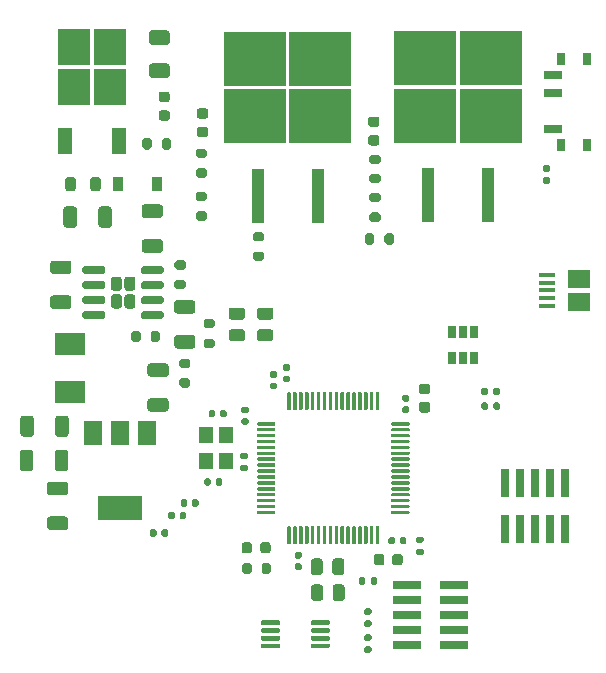
<source format=gbr>
%TF.GenerationSoftware,KiCad,Pcbnew,(5.1.7)-1*%
%TF.CreationDate,2020-11-23T19:12:34+01:00*%
%TF.ProjectId,astro_compute_board,61737472-6f5f-4636-9f6d-707574655f62,1*%
%TF.SameCoordinates,Original*%
%TF.FileFunction,Paste,Top*%
%TF.FilePolarity,Positive*%
%FSLAX46Y46*%
G04 Gerber Fmt 4.6, Leading zero omitted, Abs format (unit mm)*
G04 Created by KiCad (PCBNEW (5.1.7)-1) date 2020-11-23 19:12:34*
%MOMM*%
%LPD*%
G01*
G04 APERTURE LIST*
%ADD10R,1.900000X1.500000*%
%ADD11R,1.350000X0.400000*%
%ADD12R,1.200000X1.400000*%
%ADD13R,1.500000X2.000000*%
%ADD14R,3.800000X2.000000*%
%ADD15R,0.650000X1.060000*%
%ADD16R,0.800000X1.000000*%
%ADD17R,1.500000X0.700000*%
%ADD18R,5.250000X4.550000*%
%ADD19R,1.100000X4.600000*%
%ADD20R,2.750000X3.050000*%
%ADD21R,1.200000X2.200000*%
%ADD22R,2.500000X1.900000*%
%ADD23R,2.400000X0.740000*%
%ADD24R,0.740000X2.400000*%
%ADD25R,0.900000X1.200000*%
G04 APERTURE END LIST*
%TO.C,U1*%
G36*
G01*
X177600000Y-135925000D02*
X177600000Y-134525000D01*
G75*
G02*
X177675000Y-134450000I75000J0D01*
G01*
X177825000Y-134450000D01*
G75*
G02*
X177900000Y-134525000I0J-75000D01*
G01*
X177900000Y-135925000D01*
G75*
G02*
X177825000Y-136000000I-75000J0D01*
G01*
X177675000Y-136000000D01*
G75*
G02*
X177600000Y-135925000I0J75000D01*
G01*
G37*
G36*
G01*
X178100000Y-135925000D02*
X178100000Y-134525000D01*
G75*
G02*
X178175000Y-134450000I75000J0D01*
G01*
X178325000Y-134450000D01*
G75*
G02*
X178400000Y-134525000I0J-75000D01*
G01*
X178400000Y-135925000D01*
G75*
G02*
X178325000Y-136000000I-75000J0D01*
G01*
X178175000Y-136000000D01*
G75*
G02*
X178100000Y-135925000I0J75000D01*
G01*
G37*
G36*
G01*
X178600000Y-135925000D02*
X178600000Y-134525000D01*
G75*
G02*
X178675000Y-134450000I75000J0D01*
G01*
X178825000Y-134450000D01*
G75*
G02*
X178900000Y-134525000I0J-75000D01*
G01*
X178900000Y-135925000D01*
G75*
G02*
X178825000Y-136000000I-75000J0D01*
G01*
X178675000Y-136000000D01*
G75*
G02*
X178600000Y-135925000I0J75000D01*
G01*
G37*
G36*
G01*
X179100000Y-135925000D02*
X179100000Y-134525000D01*
G75*
G02*
X179175000Y-134450000I75000J0D01*
G01*
X179325000Y-134450000D01*
G75*
G02*
X179400000Y-134525000I0J-75000D01*
G01*
X179400000Y-135925000D01*
G75*
G02*
X179325000Y-136000000I-75000J0D01*
G01*
X179175000Y-136000000D01*
G75*
G02*
X179100000Y-135925000I0J75000D01*
G01*
G37*
G36*
G01*
X179600000Y-135925000D02*
X179600000Y-134525000D01*
G75*
G02*
X179675000Y-134450000I75000J0D01*
G01*
X179825000Y-134450000D01*
G75*
G02*
X179900000Y-134525000I0J-75000D01*
G01*
X179900000Y-135925000D01*
G75*
G02*
X179825000Y-136000000I-75000J0D01*
G01*
X179675000Y-136000000D01*
G75*
G02*
X179600000Y-135925000I0J75000D01*
G01*
G37*
G36*
G01*
X180100000Y-135925000D02*
X180100000Y-134525000D01*
G75*
G02*
X180175000Y-134450000I75000J0D01*
G01*
X180325000Y-134450000D01*
G75*
G02*
X180400000Y-134525000I0J-75000D01*
G01*
X180400000Y-135925000D01*
G75*
G02*
X180325000Y-136000000I-75000J0D01*
G01*
X180175000Y-136000000D01*
G75*
G02*
X180100000Y-135925000I0J75000D01*
G01*
G37*
G36*
G01*
X180600000Y-135925000D02*
X180600000Y-134525000D01*
G75*
G02*
X180675000Y-134450000I75000J0D01*
G01*
X180825000Y-134450000D01*
G75*
G02*
X180900000Y-134525000I0J-75000D01*
G01*
X180900000Y-135925000D01*
G75*
G02*
X180825000Y-136000000I-75000J0D01*
G01*
X180675000Y-136000000D01*
G75*
G02*
X180600000Y-135925000I0J75000D01*
G01*
G37*
G36*
G01*
X181100000Y-135925000D02*
X181100000Y-134525000D01*
G75*
G02*
X181175000Y-134450000I75000J0D01*
G01*
X181325000Y-134450000D01*
G75*
G02*
X181400000Y-134525000I0J-75000D01*
G01*
X181400000Y-135925000D01*
G75*
G02*
X181325000Y-136000000I-75000J0D01*
G01*
X181175000Y-136000000D01*
G75*
G02*
X181100000Y-135925000I0J75000D01*
G01*
G37*
G36*
G01*
X181600000Y-135925000D02*
X181600000Y-134525000D01*
G75*
G02*
X181675000Y-134450000I75000J0D01*
G01*
X181825000Y-134450000D01*
G75*
G02*
X181900000Y-134525000I0J-75000D01*
G01*
X181900000Y-135925000D01*
G75*
G02*
X181825000Y-136000000I-75000J0D01*
G01*
X181675000Y-136000000D01*
G75*
G02*
X181600000Y-135925000I0J75000D01*
G01*
G37*
G36*
G01*
X182100000Y-135925000D02*
X182100000Y-134525000D01*
G75*
G02*
X182175000Y-134450000I75000J0D01*
G01*
X182325000Y-134450000D01*
G75*
G02*
X182400000Y-134525000I0J-75000D01*
G01*
X182400000Y-135925000D01*
G75*
G02*
X182325000Y-136000000I-75000J0D01*
G01*
X182175000Y-136000000D01*
G75*
G02*
X182100000Y-135925000I0J75000D01*
G01*
G37*
G36*
G01*
X182600000Y-135925000D02*
X182600000Y-134525000D01*
G75*
G02*
X182675000Y-134450000I75000J0D01*
G01*
X182825000Y-134450000D01*
G75*
G02*
X182900000Y-134525000I0J-75000D01*
G01*
X182900000Y-135925000D01*
G75*
G02*
X182825000Y-136000000I-75000J0D01*
G01*
X182675000Y-136000000D01*
G75*
G02*
X182600000Y-135925000I0J75000D01*
G01*
G37*
G36*
G01*
X183100000Y-135925000D02*
X183100000Y-134525000D01*
G75*
G02*
X183175000Y-134450000I75000J0D01*
G01*
X183325000Y-134450000D01*
G75*
G02*
X183400000Y-134525000I0J-75000D01*
G01*
X183400000Y-135925000D01*
G75*
G02*
X183325000Y-136000000I-75000J0D01*
G01*
X183175000Y-136000000D01*
G75*
G02*
X183100000Y-135925000I0J75000D01*
G01*
G37*
G36*
G01*
X183600000Y-135925000D02*
X183600000Y-134525000D01*
G75*
G02*
X183675000Y-134450000I75000J0D01*
G01*
X183825000Y-134450000D01*
G75*
G02*
X183900000Y-134525000I0J-75000D01*
G01*
X183900000Y-135925000D01*
G75*
G02*
X183825000Y-136000000I-75000J0D01*
G01*
X183675000Y-136000000D01*
G75*
G02*
X183600000Y-135925000I0J75000D01*
G01*
G37*
G36*
G01*
X184100000Y-135925000D02*
X184100000Y-134525000D01*
G75*
G02*
X184175000Y-134450000I75000J0D01*
G01*
X184325000Y-134450000D01*
G75*
G02*
X184400000Y-134525000I0J-75000D01*
G01*
X184400000Y-135925000D01*
G75*
G02*
X184325000Y-136000000I-75000J0D01*
G01*
X184175000Y-136000000D01*
G75*
G02*
X184100000Y-135925000I0J75000D01*
G01*
G37*
G36*
G01*
X184600000Y-135925000D02*
X184600000Y-134525000D01*
G75*
G02*
X184675000Y-134450000I75000J0D01*
G01*
X184825000Y-134450000D01*
G75*
G02*
X184900000Y-134525000I0J-75000D01*
G01*
X184900000Y-135925000D01*
G75*
G02*
X184825000Y-136000000I-75000J0D01*
G01*
X184675000Y-136000000D01*
G75*
G02*
X184600000Y-135925000I0J75000D01*
G01*
G37*
G36*
G01*
X185100000Y-135925000D02*
X185100000Y-134525000D01*
G75*
G02*
X185175000Y-134450000I75000J0D01*
G01*
X185325000Y-134450000D01*
G75*
G02*
X185400000Y-134525000I0J-75000D01*
G01*
X185400000Y-135925000D01*
G75*
G02*
X185325000Y-136000000I-75000J0D01*
G01*
X185175000Y-136000000D01*
G75*
G02*
X185100000Y-135925000I0J75000D01*
G01*
G37*
G36*
G01*
X186400000Y-137225000D02*
X186400000Y-137075000D01*
G75*
G02*
X186475000Y-137000000I75000J0D01*
G01*
X187875000Y-137000000D01*
G75*
G02*
X187950000Y-137075000I0J-75000D01*
G01*
X187950000Y-137225000D01*
G75*
G02*
X187875000Y-137300000I-75000J0D01*
G01*
X186475000Y-137300000D01*
G75*
G02*
X186400000Y-137225000I0J75000D01*
G01*
G37*
G36*
G01*
X186400000Y-137725000D02*
X186400000Y-137575000D01*
G75*
G02*
X186475000Y-137500000I75000J0D01*
G01*
X187875000Y-137500000D01*
G75*
G02*
X187950000Y-137575000I0J-75000D01*
G01*
X187950000Y-137725000D01*
G75*
G02*
X187875000Y-137800000I-75000J0D01*
G01*
X186475000Y-137800000D01*
G75*
G02*
X186400000Y-137725000I0J75000D01*
G01*
G37*
G36*
G01*
X186400000Y-138225000D02*
X186400000Y-138075000D01*
G75*
G02*
X186475000Y-138000000I75000J0D01*
G01*
X187875000Y-138000000D01*
G75*
G02*
X187950000Y-138075000I0J-75000D01*
G01*
X187950000Y-138225000D01*
G75*
G02*
X187875000Y-138300000I-75000J0D01*
G01*
X186475000Y-138300000D01*
G75*
G02*
X186400000Y-138225000I0J75000D01*
G01*
G37*
G36*
G01*
X186400000Y-138725000D02*
X186400000Y-138575000D01*
G75*
G02*
X186475000Y-138500000I75000J0D01*
G01*
X187875000Y-138500000D01*
G75*
G02*
X187950000Y-138575000I0J-75000D01*
G01*
X187950000Y-138725000D01*
G75*
G02*
X187875000Y-138800000I-75000J0D01*
G01*
X186475000Y-138800000D01*
G75*
G02*
X186400000Y-138725000I0J75000D01*
G01*
G37*
G36*
G01*
X186400000Y-139225000D02*
X186400000Y-139075000D01*
G75*
G02*
X186475000Y-139000000I75000J0D01*
G01*
X187875000Y-139000000D01*
G75*
G02*
X187950000Y-139075000I0J-75000D01*
G01*
X187950000Y-139225000D01*
G75*
G02*
X187875000Y-139300000I-75000J0D01*
G01*
X186475000Y-139300000D01*
G75*
G02*
X186400000Y-139225000I0J75000D01*
G01*
G37*
G36*
G01*
X186400000Y-139725000D02*
X186400000Y-139575000D01*
G75*
G02*
X186475000Y-139500000I75000J0D01*
G01*
X187875000Y-139500000D01*
G75*
G02*
X187950000Y-139575000I0J-75000D01*
G01*
X187950000Y-139725000D01*
G75*
G02*
X187875000Y-139800000I-75000J0D01*
G01*
X186475000Y-139800000D01*
G75*
G02*
X186400000Y-139725000I0J75000D01*
G01*
G37*
G36*
G01*
X186400000Y-140225000D02*
X186400000Y-140075000D01*
G75*
G02*
X186475000Y-140000000I75000J0D01*
G01*
X187875000Y-140000000D01*
G75*
G02*
X187950000Y-140075000I0J-75000D01*
G01*
X187950000Y-140225000D01*
G75*
G02*
X187875000Y-140300000I-75000J0D01*
G01*
X186475000Y-140300000D01*
G75*
G02*
X186400000Y-140225000I0J75000D01*
G01*
G37*
G36*
G01*
X186400000Y-140725000D02*
X186400000Y-140575000D01*
G75*
G02*
X186475000Y-140500000I75000J0D01*
G01*
X187875000Y-140500000D01*
G75*
G02*
X187950000Y-140575000I0J-75000D01*
G01*
X187950000Y-140725000D01*
G75*
G02*
X187875000Y-140800000I-75000J0D01*
G01*
X186475000Y-140800000D01*
G75*
G02*
X186400000Y-140725000I0J75000D01*
G01*
G37*
G36*
G01*
X186400000Y-141225000D02*
X186400000Y-141075000D01*
G75*
G02*
X186475000Y-141000000I75000J0D01*
G01*
X187875000Y-141000000D01*
G75*
G02*
X187950000Y-141075000I0J-75000D01*
G01*
X187950000Y-141225000D01*
G75*
G02*
X187875000Y-141300000I-75000J0D01*
G01*
X186475000Y-141300000D01*
G75*
G02*
X186400000Y-141225000I0J75000D01*
G01*
G37*
G36*
G01*
X186400000Y-141725000D02*
X186400000Y-141575000D01*
G75*
G02*
X186475000Y-141500000I75000J0D01*
G01*
X187875000Y-141500000D01*
G75*
G02*
X187950000Y-141575000I0J-75000D01*
G01*
X187950000Y-141725000D01*
G75*
G02*
X187875000Y-141800000I-75000J0D01*
G01*
X186475000Y-141800000D01*
G75*
G02*
X186400000Y-141725000I0J75000D01*
G01*
G37*
G36*
G01*
X186400000Y-142225000D02*
X186400000Y-142075000D01*
G75*
G02*
X186475000Y-142000000I75000J0D01*
G01*
X187875000Y-142000000D01*
G75*
G02*
X187950000Y-142075000I0J-75000D01*
G01*
X187950000Y-142225000D01*
G75*
G02*
X187875000Y-142300000I-75000J0D01*
G01*
X186475000Y-142300000D01*
G75*
G02*
X186400000Y-142225000I0J75000D01*
G01*
G37*
G36*
G01*
X186400000Y-142725000D02*
X186400000Y-142575000D01*
G75*
G02*
X186475000Y-142500000I75000J0D01*
G01*
X187875000Y-142500000D01*
G75*
G02*
X187950000Y-142575000I0J-75000D01*
G01*
X187950000Y-142725000D01*
G75*
G02*
X187875000Y-142800000I-75000J0D01*
G01*
X186475000Y-142800000D01*
G75*
G02*
X186400000Y-142725000I0J75000D01*
G01*
G37*
G36*
G01*
X186400000Y-143225000D02*
X186400000Y-143075000D01*
G75*
G02*
X186475000Y-143000000I75000J0D01*
G01*
X187875000Y-143000000D01*
G75*
G02*
X187950000Y-143075000I0J-75000D01*
G01*
X187950000Y-143225000D01*
G75*
G02*
X187875000Y-143300000I-75000J0D01*
G01*
X186475000Y-143300000D01*
G75*
G02*
X186400000Y-143225000I0J75000D01*
G01*
G37*
G36*
G01*
X186400000Y-143725000D02*
X186400000Y-143575000D01*
G75*
G02*
X186475000Y-143500000I75000J0D01*
G01*
X187875000Y-143500000D01*
G75*
G02*
X187950000Y-143575000I0J-75000D01*
G01*
X187950000Y-143725000D01*
G75*
G02*
X187875000Y-143800000I-75000J0D01*
G01*
X186475000Y-143800000D01*
G75*
G02*
X186400000Y-143725000I0J75000D01*
G01*
G37*
G36*
G01*
X186400000Y-144225000D02*
X186400000Y-144075000D01*
G75*
G02*
X186475000Y-144000000I75000J0D01*
G01*
X187875000Y-144000000D01*
G75*
G02*
X187950000Y-144075000I0J-75000D01*
G01*
X187950000Y-144225000D01*
G75*
G02*
X187875000Y-144300000I-75000J0D01*
G01*
X186475000Y-144300000D01*
G75*
G02*
X186400000Y-144225000I0J75000D01*
G01*
G37*
G36*
G01*
X186400000Y-144725000D02*
X186400000Y-144575000D01*
G75*
G02*
X186475000Y-144500000I75000J0D01*
G01*
X187875000Y-144500000D01*
G75*
G02*
X187950000Y-144575000I0J-75000D01*
G01*
X187950000Y-144725000D01*
G75*
G02*
X187875000Y-144800000I-75000J0D01*
G01*
X186475000Y-144800000D01*
G75*
G02*
X186400000Y-144725000I0J75000D01*
G01*
G37*
G36*
G01*
X185100000Y-147275000D02*
X185100000Y-145875000D01*
G75*
G02*
X185175000Y-145800000I75000J0D01*
G01*
X185325000Y-145800000D01*
G75*
G02*
X185400000Y-145875000I0J-75000D01*
G01*
X185400000Y-147275000D01*
G75*
G02*
X185325000Y-147350000I-75000J0D01*
G01*
X185175000Y-147350000D01*
G75*
G02*
X185100000Y-147275000I0J75000D01*
G01*
G37*
G36*
G01*
X184600000Y-147275000D02*
X184600000Y-145875000D01*
G75*
G02*
X184675000Y-145800000I75000J0D01*
G01*
X184825000Y-145800000D01*
G75*
G02*
X184900000Y-145875000I0J-75000D01*
G01*
X184900000Y-147275000D01*
G75*
G02*
X184825000Y-147350000I-75000J0D01*
G01*
X184675000Y-147350000D01*
G75*
G02*
X184600000Y-147275000I0J75000D01*
G01*
G37*
G36*
G01*
X184100000Y-147275000D02*
X184100000Y-145875000D01*
G75*
G02*
X184175000Y-145800000I75000J0D01*
G01*
X184325000Y-145800000D01*
G75*
G02*
X184400000Y-145875000I0J-75000D01*
G01*
X184400000Y-147275000D01*
G75*
G02*
X184325000Y-147350000I-75000J0D01*
G01*
X184175000Y-147350000D01*
G75*
G02*
X184100000Y-147275000I0J75000D01*
G01*
G37*
G36*
G01*
X183600000Y-147275000D02*
X183600000Y-145875000D01*
G75*
G02*
X183675000Y-145800000I75000J0D01*
G01*
X183825000Y-145800000D01*
G75*
G02*
X183900000Y-145875000I0J-75000D01*
G01*
X183900000Y-147275000D01*
G75*
G02*
X183825000Y-147350000I-75000J0D01*
G01*
X183675000Y-147350000D01*
G75*
G02*
X183600000Y-147275000I0J75000D01*
G01*
G37*
G36*
G01*
X183100000Y-147275000D02*
X183100000Y-145875000D01*
G75*
G02*
X183175000Y-145800000I75000J0D01*
G01*
X183325000Y-145800000D01*
G75*
G02*
X183400000Y-145875000I0J-75000D01*
G01*
X183400000Y-147275000D01*
G75*
G02*
X183325000Y-147350000I-75000J0D01*
G01*
X183175000Y-147350000D01*
G75*
G02*
X183100000Y-147275000I0J75000D01*
G01*
G37*
G36*
G01*
X182600000Y-147275000D02*
X182600000Y-145875000D01*
G75*
G02*
X182675000Y-145800000I75000J0D01*
G01*
X182825000Y-145800000D01*
G75*
G02*
X182900000Y-145875000I0J-75000D01*
G01*
X182900000Y-147275000D01*
G75*
G02*
X182825000Y-147350000I-75000J0D01*
G01*
X182675000Y-147350000D01*
G75*
G02*
X182600000Y-147275000I0J75000D01*
G01*
G37*
G36*
G01*
X182100000Y-147275000D02*
X182100000Y-145875000D01*
G75*
G02*
X182175000Y-145800000I75000J0D01*
G01*
X182325000Y-145800000D01*
G75*
G02*
X182400000Y-145875000I0J-75000D01*
G01*
X182400000Y-147275000D01*
G75*
G02*
X182325000Y-147350000I-75000J0D01*
G01*
X182175000Y-147350000D01*
G75*
G02*
X182100000Y-147275000I0J75000D01*
G01*
G37*
G36*
G01*
X181600000Y-147275000D02*
X181600000Y-145875000D01*
G75*
G02*
X181675000Y-145800000I75000J0D01*
G01*
X181825000Y-145800000D01*
G75*
G02*
X181900000Y-145875000I0J-75000D01*
G01*
X181900000Y-147275000D01*
G75*
G02*
X181825000Y-147350000I-75000J0D01*
G01*
X181675000Y-147350000D01*
G75*
G02*
X181600000Y-147275000I0J75000D01*
G01*
G37*
G36*
G01*
X181100000Y-147275000D02*
X181100000Y-145875000D01*
G75*
G02*
X181175000Y-145800000I75000J0D01*
G01*
X181325000Y-145800000D01*
G75*
G02*
X181400000Y-145875000I0J-75000D01*
G01*
X181400000Y-147275000D01*
G75*
G02*
X181325000Y-147350000I-75000J0D01*
G01*
X181175000Y-147350000D01*
G75*
G02*
X181100000Y-147275000I0J75000D01*
G01*
G37*
G36*
G01*
X180600000Y-147275000D02*
X180600000Y-145875000D01*
G75*
G02*
X180675000Y-145800000I75000J0D01*
G01*
X180825000Y-145800000D01*
G75*
G02*
X180900000Y-145875000I0J-75000D01*
G01*
X180900000Y-147275000D01*
G75*
G02*
X180825000Y-147350000I-75000J0D01*
G01*
X180675000Y-147350000D01*
G75*
G02*
X180600000Y-147275000I0J75000D01*
G01*
G37*
G36*
G01*
X180100000Y-147275000D02*
X180100000Y-145875000D01*
G75*
G02*
X180175000Y-145800000I75000J0D01*
G01*
X180325000Y-145800000D01*
G75*
G02*
X180400000Y-145875000I0J-75000D01*
G01*
X180400000Y-147275000D01*
G75*
G02*
X180325000Y-147350000I-75000J0D01*
G01*
X180175000Y-147350000D01*
G75*
G02*
X180100000Y-147275000I0J75000D01*
G01*
G37*
G36*
G01*
X179600000Y-147275000D02*
X179600000Y-145875000D01*
G75*
G02*
X179675000Y-145800000I75000J0D01*
G01*
X179825000Y-145800000D01*
G75*
G02*
X179900000Y-145875000I0J-75000D01*
G01*
X179900000Y-147275000D01*
G75*
G02*
X179825000Y-147350000I-75000J0D01*
G01*
X179675000Y-147350000D01*
G75*
G02*
X179600000Y-147275000I0J75000D01*
G01*
G37*
G36*
G01*
X179100000Y-147275000D02*
X179100000Y-145875000D01*
G75*
G02*
X179175000Y-145800000I75000J0D01*
G01*
X179325000Y-145800000D01*
G75*
G02*
X179400000Y-145875000I0J-75000D01*
G01*
X179400000Y-147275000D01*
G75*
G02*
X179325000Y-147350000I-75000J0D01*
G01*
X179175000Y-147350000D01*
G75*
G02*
X179100000Y-147275000I0J75000D01*
G01*
G37*
G36*
G01*
X178600000Y-147275000D02*
X178600000Y-145875000D01*
G75*
G02*
X178675000Y-145800000I75000J0D01*
G01*
X178825000Y-145800000D01*
G75*
G02*
X178900000Y-145875000I0J-75000D01*
G01*
X178900000Y-147275000D01*
G75*
G02*
X178825000Y-147350000I-75000J0D01*
G01*
X178675000Y-147350000D01*
G75*
G02*
X178600000Y-147275000I0J75000D01*
G01*
G37*
G36*
G01*
X178100000Y-147275000D02*
X178100000Y-145875000D01*
G75*
G02*
X178175000Y-145800000I75000J0D01*
G01*
X178325000Y-145800000D01*
G75*
G02*
X178400000Y-145875000I0J-75000D01*
G01*
X178400000Y-147275000D01*
G75*
G02*
X178325000Y-147350000I-75000J0D01*
G01*
X178175000Y-147350000D01*
G75*
G02*
X178100000Y-147275000I0J75000D01*
G01*
G37*
G36*
G01*
X177600000Y-147275000D02*
X177600000Y-145875000D01*
G75*
G02*
X177675000Y-145800000I75000J0D01*
G01*
X177825000Y-145800000D01*
G75*
G02*
X177900000Y-145875000I0J-75000D01*
G01*
X177900000Y-147275000D01*
G75*
G02*
X177825000Y-147350000I-75000J0D01*
G01*
X177675000Y-147350000D01*
G75*
G02*
X177600000Y-147275000I0J75000D01*
G01*
G37*
G36*
G01*
X175050000Y-144725000D02*
X175050000Y-144575000D01*
G75*
G02*
X175125000Y-144500000I75000J0D01*
G01*
X176525000Y-144500000D01*
G75*
G02*
X176600000Y-144575000I0J-75000D01*
G01*
X176600000Y-144725000D01*
G75*
G02*
X176525000Y-144800000I-75000J0D01*
G01*
X175125000Y-144800000D01*
G75*
G02*
X175050000Y-144725000I0J75000D01*
G01*
G37*
G36*
G01*
X175050000Y-144225000D02*
X175050000Y-144075000D01*
G75*
G02*
X175125000Y-144000000I75000J0D01*
G01*
X176525000Y-144000000D01*
G75*
G02*
X176600000Y-144075000I0J-75000D01*
G01*
X176600000Y-144225000D01*
G75*
G02*
X176525000Y-144300000I-75000J0D01*
G01*
X175125000Y-144300000D01*
G75*
G02*
X175050000Y-144225000I0J75000D01*
G01*
G37*
G36*
G01*
X175050000Y-143725000D02*
X175050000Y-143575000D01*
G75*
G02*
X175125000Y-143500000I75000J0D01*
G01*
X176525000Y-143500000D01*
G75*
G02*
X176600000Y-143575000I0J-75000D01*
G01*
X176600000Y-143725000D01*
G75*
G02*
X176525000Y-143800000I-75000J0D01*
G01*
X175125000Y-143800000D01*
G75*
G02*
X175050000Y-143725000I0J75000D01*
G01*
G37*
G36*
G01*
X175050000Y-143225000D02*
X175050000Y-143075000D01*
G75*
G02*
X175125000Y-143000000I75000J0D01*
G01*
X176525000Y-143000000D01*
G75*
G02*
X176600000Y-143075000I0J-75000D01*
G01*
X176600000Y-143225000D01*
G75*
G02*
X176525000Y-143300000I-75000J0D01*
G01*
X175125000Y-143300000D01*
G75*
G02*
X175050000Y-143225000I0J75000D01*
G01*
G37*
G36*
G01*
X175050000Y-142725000D02*
X175050000Y-142575000D01*
G75*
G02*
X175125000Y-142500000I75000J0D01*
G01*
X176525000Y-142500000D01*
G75*
G02*
X176600000Y-142575000I0J-75000D01*
G01*
X176600000Y-142725000D01*
G75*
G02*
X176525000Y-142800000I-75000J0D01*
G01*
X175125000Y-142800000D01*
G75*
G02*
X175050000Y-142725000I0J75000D01*
G01*
G37*
G36*
G01*
X175050000Y-142225000D02*
X175050000Y-142075000D01*
G75*
G02*
X175125000Y-142000000I75000J0D01*
G01*
X176525000Y-142000000D01*
G75*
G02*
X176600000Y-142075000I0J-75000D01*
G01*
X176600000Y-142225000D01*
G75*
G02*
X176525000Y-142300000I-75000J0D01*
G01*
X175125000Y-142300000D01*
G75*
G02*
X175050000Y-142225000I0J75000D01*
G01*
G37*
G36*
G01*
X175050000Y-141725000D02*
X175050000Y-141575000D01*
G75*
G02*
X175125000Y-141500000I75000J0D01*
G01*
X176525000Y-141500000D01*
G75*
G02*
X176600000Y-141575000I0J-75000D01*
G01*
X176600000Y-141725000D01*
G75*
G02*
X176525000Y-141800000I-75000J0D01*
G01*
X175125000Y-141800000D01*
G75*
G02*
X175050000Y-141725000I0J75000D01*
G01*
G37*
G36*
G01*
X175050000Y-141225000D02*
X175050000Y-141075000D01*
G75*
G02*
X175125000Y-141000000I75000J0D01*
G01*
X176525000Y-141000000D01*
G75*
G02*
X176600000Y-141075000I0J-75000D01*
G01*
X176600000Y-141225000D01*
G75*
G02*
X176525000Y-141300000I-75000J0D01*
G01*
X175125000Y-141300000D01*
G75*
G02*
X175050000Y-141225000I0J75000D01*
G01*
G37*
G36*
G01*
X175050000Y-140725000D02*
X175050000Y-140575000D01*
G75*
G02*
X175125000Y-140500000I75000J0D01*
G01*
X176525000Y-140500000D01*
G75*
G02*
X176600000Y-140575000I0J-75000D01*
G01*
X176600000Y-140725000D01*
G75*
G02*
X176525000Y-140800000I-75000J0D01*
G01*
X175125000Y-140800000D01*
G75*
G02*
X175050000Y-140725000I0J75000D01*
G01*
G37*
G36*
G01*
X175050000Y-140225000D02*
X175050000Y-140075000D01*
G75*
G02*
X175125000Y-140000000I75000J0D01*
G01*
X176525000Y-140000000D01*
G75*
G02*
X176600000Y-140075000I0J-75000D01*
G01*
X176600000Y-140225000D01*
G75*
G02*
X176525000Y-140300000I-75000J0D01*
G01*
X175125000Y-140300000D01*
G75*
G02*
X175050000Y-140225000I0J75000D01*
G01*
G37*
G36*
G01*
X175050000Y-139725000D02*
X175050000Y-139575000D01*
G75*
G02*
X175125000Y-139500000I75000J0D01*
G01*
X176525000Y-139500000D01*
G75*
G02*
X176600000Y-139575000I0J-75000D01*
G01*
X176600000Y-139725000D01*
G75*
G02*
X176525000Y-139800000I-75000J0D01*
G01*
X175125000Y-139800000D01*
G75*
G02*
X175050000Y-139725000I0J75000D01*
G01*
G37*
G36*
G01*
X175050000Y-139225000D02*
X175050000Y-139075000D01*
G75*
G02*
X175125000Y-139000000I75000J0D01*
G01*
X176525000Y-139000000D01*
G75*
G02*
X176600000Y-139075000I0J-75000D01*
G01*
X176600000Y-139225000D01*
G75*
G02*
X176525000Y-139300000I-75000J0D01*
G01*
X175125000Y-139300000D01*
G75*
G02*
X175050000Y-139225000I0J75000D01*
G01*
G37*
G36*
G01*
X175050000Y-138725000D02*
X175050000Y-138575000D01*
G75*
G02*
X175125000Y-138500000I75000J0D01*
G01*
X176525000Y-138500000D01*
G75*
G02*
X176600000Y-138575000I0J-75000D01*
G01*
X176600000Y-138725000D01*
G75*
G02*
X176525000Y-138800000I-75000J0D01*
G01*
X175125000Y-138800000D01*
G75*
G02*
X175050000Y-138725000I0J75000D01*
G01*
G37*
G36*
G01*
X175050000Y-138225000D02*
X175050000Y-138075000D01*
G75*
G02*
X175125000Y-138000000I75000J0D01*
G01*
X176525000Y-138000000D01*
G75*
G02*
X176600000Y-138075000I0J-75000D01*
G01*
X176600000Y-138225000D01*
G75*
G02*
X176525000Y-138300000I-75000J0D01*
G01*
X175125000Y-138300000D01*
G75*
G02*
X175050000Y-138225000I0J75000D01*
G01*
G37*
G36*
G01*
X175050000Y-137725000D02*
X175050000Y-137575000D01*
G75*
G02*
X175125000Y-137500000I75000J0D01*
G01*
X176525000Y-137500000D01*
G75*
G02*
X176600000Y-137575000I0J-75000D01*
G01*
X176600000Y-137725000D01*
G75*
G02*
X176525000Y-137800000I-75000J0D01*
G01*
X175125000Y-137800000D01*
G75*
G02*
X175050000Y-137725000I0J75000D01*
G01*
G37*
G36*
G01*
X175050000Y-137225000D02*
X175050000Y-137075000D01*
G75*
G02*
X175125000Y-137000000I75000J0D01*
G01*
X176525000Y-137000000D01*
G75*
G02*
X176600000Y-137075000I0J-75000D01*
G01*
X176600000Y-137225000D01*
G75*
G02*
X176525000Y-137300000I-75000J0D01*
G01*
X175125000Y-137300000D01*
G75*
G02*
X175050000Y-137225000I0J75000D01*
G01*
G37*
%TD*%
D10*
%TO.C,J6*%
X202262500Y-126850000D03*
D11*
X199562500Y-125850000D03*
X199562500Y-125200000D03*
X199562500Y-124550000D03*
X199562500Y-127150000D03*
X199562500Y-126500000D03*
D10*
X202262500Y-124850000D03*
%TD*%
%TO.C,R17*%
G36*
G01*
X184665000Y-150635000D02*
X184665000Y-150265000D01*
G75*
G02*
X184800000Y-150130000I135000J0D01*
G01*
X185070000Y-150130000D01*
G75*
G02*
X185205000Y-150265000I0J-135000D01*
G01*
X185205000Y-150635000D01*
G75*
G02*
X185070000Y-150770000I-135000J0D01*
G01*
X184800000Y-150770000D01*
G75*
G02*
X184665000Y-150635000I0J135000D01*
G01*
G37*
G36*
G01*
X183645000Y-150635000D02*
X183645000Y-150265000D01*
G75*
G02*
X183780000Y-150130000I135000J0D01*
G01*
X184050000Y-150130000D01*
G75*
G02*
X184185000Y-150265000I0J-135000D01*
G01*
X184185000Y-150635000D01*
G75*
G02*
X184050000Y-150770000I-135000J0D01*
G01*
X183780000Y-150770000D01*
G75*
G02*
X183645000Y-150635000I0J135000D01*
G01*
G37*
%TD*%
%TO.C,C6*%
G36*
G01*
X187795000Y-135270000D02*
X187455000Y-135270000D01*
G75*
G02*
X187315000Y-135130000I0J140000D01*
G01*
X187315000Y-134850000D01*
G75*
G02*
X187455000Y-134710000I140000J0D01*
G01*
X187795000Y-134710000D01*
G75*
G02*
X187935000Y-134850000I0J-140000D01*
G01*
X187935000Y-135130000D01*
G75*
G02*
X187795000Y-135270000I-140000J0D01*
G01*
G37*
G36*
G01*
X187795000Y-136230000D02*
X187455000Y-136230000D01*
G75*
G02*
X187315000Y-136090000I0J140000D01*
G01*
X187315000Y-135810000D01*
G75*
G02*
X187455000Y-135670000I140000J0D01*
G01*
X187795000Y-135670000D01*
G75*
G02*
X187935000Y-135810000I0J-140000D01*
G01*
X187935000Y-136090000D01*
G75*
G02*
X187795000Y-136230000I-140000J0D01*
G01*
G37*
%TD*%
D12*
%TO.C,Y1*%
X172425000Y-138100000D03*
X172425000Y-140300000D03*
X170725000Y-140300000D03*
X170725000Y-138100000D03*
%TD*%
%TO.C,U5*%
G36*
G01*
X176987500Y-155850000D02*
X176987500Y-156050000D01*
G75*
G02*
X176887500Y-156150000I-100000J0D01*
G01*
X175462500Y-156150000D01*
G75*
G02*
X175362500Y-156050000I0J100000D01*
G01*
X175362500Y-155850000D01*
G75*
G02*
X175462500Y-155750000I100000J0D01*
G01*
X176887500Y-155750000D01*
G75*
G02*
X176987500Y-155850000I0J-100000D01*
G01*
G37*
G36*
G01*
X176987500Y-155200000D02*
X176987500Y-155400000D01*
G75*
G02*
X176887500Y-155500000I-100000J0D01*
G01*
X175462500Y-155500000D01*
G75*
G02*
X175362500Y-155400000I0J100000D01*
G01*
X175362500Y-155200000D01*
G75*
G02*
X175462500Y-155100000I100000J0D01*
G01*
X176887500Y-155100000D01*
G75*
G02*
X176987500Y-155200000I0J-100000D01*
G01*
G37*
G36*
G01*
X176987500Y-154550000D02*
X176987500Y-154750000D01*
G75*
G02*
X176887500Y-154850000I-100000J0D01*
G01*
X175462500Y-154850000D01*
G75*
G02*
X175362500Y-154750000I0J100000D01*
G01*
X175362500Y-154550000D01*
G75*
G02*
X175462500Y-154450000I100000J0D01*
G01*
X176887500Y-154450000D01*
G75*
G02*
X176987500Y-154550000I0J-100000D01*
G01*
G37*
G36*
G01*
X176987500Y-153900000D02*
X176987500Y-154100000D01*
G75*
G02*
X176887500Y-154200000I-100000J0D01*
G01*
X175462500Y-154200000D01*
G75*
G02*
X175362500Y-154100000I0J100000D01*
G01*
X175362500Y-153900000D01*
G75*
G02*
X175462500Y-153800000I100000J0D01*
G01*
X176887500Y-153800000D01*
G75*
G02*
X176987500Y-153900000I0J-100000D01*
G01*
G37*
G36*
G01*
X181212500Y-153900000D02*
X181212500Y-154100000D01*
G75*
G02*
X181112500Y-154200000I-100000J0D01*
G01*
X179687500Y-154200000D01*
G75*
G02*
X179587500Y-154100000I0J100000D01*
G01*
X179587500Y-153900000D01*
G75*
G02*
X179687500Y-153800000I100000J0D01*
G01*
X181112500Y-153800000D01*
G75*
G02*
X181212500Y-153900000I0J-100000D01*
G01*
G37*
G36*
G01*
X181212500Y-154550000D02*
X181212500Y-154750000D01*
G75*
G02*
X181112500Y-154850000I-100000J0D01*
G01*
X179687500Y-154850000D01*
G75*
G02*
X179587500Y-154750000I0J100000D01*
G01*
X179587500Y-154550000D01*
G75*
G02*
X179687500Y-154450000I100000J0D01*
G01*
X181112500Y-154450000D01*
G75*
G02*
X181212500Y-154550000I0J-100000D01*
G01*
G37*
G36*
G01*
X181212500Y-155200000D02*
X181212500Y-155400000D01*
G75*
G02*
X181112500Y-155500000I-100000J0D01*
G01*
X179687500Y-155500000D01*
G75*
G02*
X179587500Y-155400000I0J100000D01*
G01*
X179587500Y-155200000D01*
G75*
G02*
X179687500Y-155100000I100000J0D01*
G01*
X181112500Y-155100000D01*
G75*
G02*
X181212500Y-155200000I0J-100000D01*
G01*
G37*
G36*
G01*
X181212500Y-155850000D02*
X181212500Y-156050000D01*
G75*
G02*
X181112500Y-156150000I-100000J0D01*
G01*
X179687500Y-156150000D01*
G75*
G02*
X179587500Y-156050000I0J100000D01*
G01*
X179587500Y-155850000D01*
G75*
G02*
X179687500Y-155750000I100000J0D01*
G01*
X181112500Y-155750000D01*
G75*
G02*
X181212500Y-155850000I0J-100000D01*
G01*
G37*
%TD*%
D13*
%TO.C,U4*%
X165725000Y-137950000D03*
X161125000Y-137950000D03*
X163425000Y-137950000D03*
D14*
X163425000Y-144250000D03*
%TD*%
D15*
%TO.C,U3*%
X192475000Y-131550000D03*
X193425000Y-131550000D03*
X191525000Y-131550000D03*
X191525000Y-129350000D03*
X192475000Y-129350000D03*
X193425000Y-129350000D03*
%TD*%
%TO.C,U2*%
G36*
G01*
X163810000Y-127160000D02*
X163810000Y-126410000D01*
G75*
G02*
X164040000Y-126180000I230000J0D01*
G01*
X164500000Y-126180000D01*
G75*
G02*
X164730000Y-126410000I0J-230000D01*
G01*
X164730000Y-127160000D01*
G75*
G02*
X164500000Y-127390000I-230000J0D01*
G01*
X164040000Y-127390000D01*
G75*
G02*
X163810000Y-127160000I0J230000D01*
G01*
G37*
G36*
G01*
X163810000Y-125660000D02*
X163810000Y-124910000D01*
G75*
G02*
X164040000Y-124680000I230000J0D01*
G01*
X164500000Y-124680000D01*
G75*
G02*
X164730000Y-124910000I0J-230000D01*
G01*
X164730000Y-125660000D01*
G75*
G02*
X164500000Y-125890000I-230000J0D01*
G01*
X164040000Y-125890000D01*
G75*
G02*
X163810000Y-125660000I0J230000D01*
G01*
G37*
G36*
G01*
X162670000Y-127160000D02*
X162670000Y-126410000D01*
G75*
G02*
X162900000Y-126180000I230000J0D01*
G01*
X163360000Y-126180000D01*
G75*
G02*
X163590000Y-126410000I0J-230000D01*
G01*
X163590000Y-127160000D01*
G75*
G02*
X163360000Y-127390000I-230000J0D01*
G01*
X162900000Y-127390000D01*
G75*
G02*
X162670000Y-127160000I0J230000D01*
G01*
G37*
G36*
G01*
X162670000Y-125660000D02*
X162670000Y-124910000D01*
G75*
G02*
X162900000Y-124680000I230000J0D01*
G01*
X163360000Y-124680000D01*
G75*
G02*
X163590000Y-124910000I0J-230000D01*
G01*
X163590000Y-125660000D01*
G75*
G02*
X163360000Y-125890000I-230000J0D01*
G01*
X162900000Y-125890000D01*
G75*
G02*
X162670000Y-125660000I0J230000D01*
G01*
G37*
G36*
G01*
X165200000Y-124280000D02*
X165200000Y-123980000D01*
G75*
G02*
X165350000Y-123830000I150000J0D01*
G01*
X167000000Y-123830000D01*
G75*
G02*
X167150000Y-123980000I0J-150000D01*
G01*
X167150000Y-124280000D01*
G75*
G02*
X167000000Y-124430000I-150000J0D01*
G01*
X165350000Y-124430000D01*
G75*
G02*
X165200000Y-124280000I0J150000D01*
G01*
G37*
G36*
G01*
X165200000Y-125550000D02*
X165200000Y-125250000D01*
G75*
G02*
X165350000Y-125100000I150000J0D01*
G01*
X167000000Y-125100000D01*
G75*
G02*
X167150000Y-125250000I0J-150000D01*
G01*
X167150000Y-125550000D01*
G75*
G02*
X167000000Y-125700000I-150000J0D01*
G01*
X165350000Y-125700000D01*
G75*
G02*
X165200000Y-125550000I0J150000D01*
G01*
G37*
G36*
G01*
X165200000Y-126820000D02*
X165200000Y-126520000D01*
G75*
G02*
X165350000Y-126370000I150000J0D01*
G01*
X167000000Y-126370000D01*
G75*
G02*
X167150000Y-126520000I0J-150000D01*
G01*
X167150000Y-126820000D01*
G75*
G02*
X167000000Y-126970000I-150000J0D01*
G01*
X165350000Y-126970000D01*
G75*
G02*
X165200000Y-126820000I0J150000D01*
G01*
G37*
G36*
G01*
X165200000Y-128090000D02*
X165200000Y-127790000D01*
G75*
G02*
X165350000Y-127640000I150000J0D01*
G01*
X167000000Y-127640000D01*
G75*
G02*
X167150000Y-127790000I0J-150000D01*
G01*
X167150000Y-128090000D01*
G75*
G02*
X167000000Y-128240000I-150000J0D01*
G01*
X165350000Y-128240000D01*
G75*
G02*
X165200000Y-128090000I0J150000D01*
G01*
G37*
G36*
G01*
X160250000Y-128090000D02*
X160250000Y-127790000D01*
G75*
G02*
X160400000Y-127640000I150000J0D01*
G01*
X162050000Y-127640000D01*
G75*
G02*
X162200000Y-127790000I0J-150000D01*
G01*
X162200000Y-128090000D01*
G75*
G02*
X162050000Y-128240000I-150000J0D01*
G01*
X160400000Y-128240000D01*
G75*
G02*
X160250000Y-128090000I0J150000D01*
G01*
G37*
G36*
G01*
X160250000Y-126820000D02*
X160250000Y-126520000D01*
G75*
G02*
X160400000Y-126370000I150000J0D01*
G01*
X162050000Y-126370000D01*
G75*
G02*
X162200000Y-126520000I0J-150000D01*
G01*
X162200000Y-126820000D01*
G75*
G02*
X162050000Y-126970000I-150000J0D01*
G01*
X160400000Y-126970000D01*
G75*
G02*
X160250000Y-126820000I0J150000D01*
G01*
G37*
G36*
G01*
X160250000Y-125550000D02*
X160250000Y-125250000D01*
G75*
G02*
X160400000Y-125100000I150000J0D01*
G01*
X162050000Y-125100000D01*
G75*
G02*
X162200000Y-125250000I0J-150000D01*
G01*
X162200000Y-125550000D01*
G75*
G02*
X162050000Y-125700000I-150000J0D01*
G01*
X160400000Y-125700000D01*
G75*
G02*
X160250000Y-125550000I0J150000D01*
G01*
G37*
G36*
G01*
X160250000Y-124280000D02*
X160250000Y-123980000D01*
G75*
G02*
X160400000Y-123830000I150000J0D01*
G01*
X162050000Y-123830000D01*
G75*
G02*
X162200000Y-123980000I0J-150000D01*
G01*
X162200000Y-124280000D01*
G75*
G02*
X162050000Y-124430000I-150000J0D01*
G01*
X160400000Y-124430000D01*
G75*
G02*
X160250000Y-124280000I0J150000D01*
G01*
G37*
%TD*%
D16*
%TO.C,BOOT*%
X200745000Y-113550000D03*
X200745000Y-106250000D03*
X202955000Y-106250000D03*
X202955000Y-113550000D03*
D17*
X200095000Y-107650000D03*
X200095000Y-109150000D03*
X200095000Y-112150000D03*
%TD*%
%TO.C,R24*%
G36*
G01*
X166975000Y-113725000D02*
X166975000Y-113175000D01*
G75*
G02*
X167175000Y-112975000I200000J0D01*
G01*
X167575000Y-112975000D01*
G75*
G02*
X167775000Y-113175000I0J-200000D01*
G01*
X167775000Y-113725000D01*
G75*
G02*
X167575000Y-113925000I-200000J0D01*
G01*
X167175000Y-113925000D01*
G75*
G02*
X166975000Y-113725000I0J200000D01*
G01*
G37*
G36*
G01*
X165325000Y-113725000D02*
X165325000Y-113175000D01*
G75*
G02*
X165525000Y-112975000I200000J0D01*
G01*
X165925000Y-112975000D01*
G75*
G02*
X166125000Y-113175000I0J-200000D01*
G01*
X166125000Y-113725000D01*
G75*
G02*
X165925000Y-113925000I-200000J0D01*
G01*
X165525000Y-113925000D01*
G75*
G02*
X165325000Y-113725000I0J200000D01*
G01*
G37*
%TD*%
%TO.C,R23*%
G36*
G01*
X170050000Y-115500000D02*
X170600000Y-115500000D01*
G75*
G02*
X170800000Y-115700000I0J-200000D01*
G01*
X170800000Y-116100000D01*
G75*
G02*
X170600000Y-116300000I-200000J0D01*
G01*
X170050000Y-116300000D01*
G75*
G02*
X169850000Y-116100000I0J200000D01*
G01*
X169850000Y-115700000D01*
G75*
G02*
X170050000Y-115500000I200000J0D01*
G01*
G37*
G36*
G01*
X170050000Y-113850000D02*
X170600000Y-113850000D01*
G75*
G02*
X170800000Y-114050000I0J-200000D01*
G01*
X170800000Y-114450000D01*
G75*
G02*
X170600000Y-114650000I-200000J0D01*
G01*
X170050000Y-114650000D01*
G75*
G02*
X169850000Y-114450000I0J200000D01*
G01*
X169850000Y-114050000D01*
G75*
G02*
X170050000Y-113850000I200000J0D01*
G01*
G37*
%TD*%
%TO.C,R22*%
G36*
G01*
X184750000Y-116000000D02*
X185300000Y-116000000D01*
G75*
G02*
X185500000Y-116200000I0J-200000D01*
G01*
X185500000Y-116600000D01*
G75*
G02*
X185300000Y-116800000I-200000J0D01*
G01*
X184750000Y-116800000D01*
G75*
G02*
X184550000Y-116600000I0J200000D01*
G01*
X184550000Y-116200000D01*
G75*
G02*
X184750000Y-116000000I200000J0D01*
G01*
G37*
G36*
G01*
X184750000Y-114350000D02*
X185300000Y-114350000D01*
G75*
G02*
X185500000Y-114550000I0J-200000D01*
G01*
X185500000Y-114950000D01*
G75*
G02*
X185300000Y-115150000I-200000J0D01*
G01*
X184750000Y-115150000D01*
G75*
G02*
X184550000Y-114950000I0J200000D01*
G01*
X184550000Y-114550000D01*
G75*
G02*
X184750000Y-114350000I200000J0D01*
G01*
G37*
%TD*%
%TO.C,R21*%
G36*
G01*
X181412500Y-149700001D02*
X181412500Y-148799999D01*
G75*
G02*
X181662499Y-148550000I249999J0D01*
G01*
X182187501Y-148550000D01*
G75*
G02*
X182437500Y-148799999I0J-249999D01*
G01*
X182437500Y-149700001D01*
G75*
G02*
X182187501Y-149950000I-249999J0D01*
G01*
X181662499Y-149950000D01*
G75*
G02*
X181412500Y-149700001I0J249999D01*
G01*
G37*
G36*
G01*
X179587500Y-149700001D02*
X179587500Y-148799999D01*
G75*
G02*
X179837499Y-148550000I249999J0D01*
G01*
X180362501Y-148550000D01*
G75*
G02*
X180612500Y-148799999I0J-249999D01*
G01*
X180612500Y-149700001D01*
G75*
G02*
X180362501Y-149950000I-249999J0D01*
G01*
X179837499Y-149950000D01*
G75*
G02*
X179587500Y-149700001I0J249999D01*
G01*
G37*
%TD*%
%TO.C,R20*%
G36*
G01*
X181437500Y-151900001D02*
X181437500Y-150999999D01*
G75*
G02*
X181687499Y-150750000I249999J0D01*
G01*
X182212501Y-150750000D01*
G75*
G02*
X182462500Y-150999999I0J-249999D01*
G01*
X182462500Y-151900001D01*
G75*
G02*
X182212501Y-152150000I-249999J0D01*
G01*
X181687499Y-152150000D01*
G75*
G02*
X181437500Y-151900001I0J249999D01*
G01*
G37*
G36*
G01*
X179612500Y-151900001D02*
X179612500Y-150999999D01*
G75*
G02*
X179862499Y-150750000I249999J0D01*
G01*
X180387501Y-150750000D01*
G75*
G02*
X180637500Y-150999999I0J-249999D01*
G01*
X180637500Y-151900001D01*
G75*
G02*
X180387501Y-152150000I-249999J0D01*
G01*
X179862499Y-152150000D01*
G75*
G02*
X179612500Y-151900001I0J249999D01*
G01*
G37*
%TD*%
%TO.C,R19*%
G36*
G01*
X175449000Y-121712500D02*
X174899000Y-121712500D01*
G75*
G02*
X174699000Y-121512500I0J200000D01*
G01*
X174699000Y-121112500D01*
G75*
G02*
X174899000Y-120912500I200000J0D01*
G01*
X175449000Y-120912500D01*
G75*
G02*
X175649000Y-121112500I0J-200000D01*
G01*
X175649000Y-121512500D01*
G75*
G02*
X175449000Y-121712500I-200000J0D01*
G01*
G37*
G36*
G01*
X175449000Y-123362500D02*
X174899000Y-123362500D01*
G75*
G02*
X174699000Y-123162500I0J200000D01*
G01*
X174699000Y-122762500D01*
G75*
G02*
X174899000Y-122562500I200000J0D01*
G01*
X175449000Y-122562500D01*
G75*
G02*
X175649000Y-122762500I0J-200000D01*
G01*
X175649000Y-123162500D01*
G75*
G02*
X175449000Y-123362500I-200000J0D01*
G01*
G37*
%TD*%
%TO.C,R18*%
G36*
G01*
X170600000Y-118300000D02*
X170050000Y-118300000D01*
G75*
G02*
X169850000Y-118100000I0J200000D01*
G01*
X169850000Y-117700000D01*
G75*
G02*
X170050000Y-117500000I200000J0D01*
G01*
X170600000Y-117500000D01*
G75*
G02*
X170800000Y-117700000I0J-200000D01*
G01*
X170800000Y-118100000D01*
G75*
G02*
X170600000Y-118300000I-200000J0D01*
G01*
G37*
G36*
G01*
X170600000Y-119950000D02*
X170050000Y-119950000D01*
G75*
G02*
X169850000Y-119750000I0J200000D01*
G01*
X169850000Y-119350000D01*
G75*
G02*
X170050000Y-119150000I200000J0D01*
G01*
X170600000Y-119150000D01*
G75*
G02*
X170800000Y-119350000I0J-200000D01*
G01*
X170800000Y-119750000D01*
G75*
G02*
X170600000Y-119950000I-200000J0D01*
G01*
G37*
%TD*%
%TO.C,R16*%
G36*
G01*
X188641500Y-147712500D02*
X189011500Y-147712500D01*
G75*
G02*
X189146500Y-147847500I0J-135000D01*
G01*
X189146500Y-148117500D01*
G75*
G02*
X189011500Y-148252500I-135000J0D01*
G01*
X188641500Y-148252500D01*
G75*
G02*
X188506500Y-148117500I0J135000D01*
G01*
X188506500Y-147847500D01*
G75*
G02*
X188641500Y-147712500I135000J0D01*
G01*
G37*
G36*
G01*
X188641500Y-146692500D02*
X189011500Y-146692500D01*
G75*
G02*
X189146500Y-146827500I0J-135000D01*
G01*
X189146500Y-147097500D01*
G75*
G02*
X189011500Y-147232500I-135000J0D01*
G01*
X188641500Y-147232500D01*
G75*
G02*
X188506500Y-147097500I0J135000D01*
G01*
X188506500Y-146827500D01*
G75*
G02*
X188641500Y-146692500I135000J0D01*
G01*
G37*
%TD*%
%TO.C,R15*%
G36*
G01*
X184240000Y-153800000D02*
X184610000Y-153800000D01*
G75*
G02*
X184745000Y-153935000I0J-135000D01*
G01*
X184745000Y-154205000D01*
G75*
G02*
X184610000Y-154340000I-135000J0D01*
G01*
X184240000Y-154340000D01*
G75*
G02*
X184105000Y-154205000I0J135000D01*
G01*
X184105000Y-153935000D01*
G75*
G02*
X184240000Y-153800000I135000J0D01*
G01*
G37*
G36*
G01*
X184240000Y-152780000D02*
X184610000Y-152780000D01*
G75*
G02*
X184745000Y-152915000I0J-135000D01*
G01*
X184745000Y-153185000D01*
G75*
G02*
X184610000Y-153320000I-135000J0D01*
G01*
X184240000Y-153320000D01*
G75*
G02*
X184105000Y-153185000I0J135000D01*
G01*
X184105000Y-152915000D01*
G75*
G02*
X184240000Y-152780000I135000J0D01*
G01*
G37*
%TD*%
%TO.C,R14*%
G36*
G01*
X184240000Y-156000000D02*
X184610000Y-156000000D01*
G75*
G02*
X184745000Y-156135000I0J-135000D01*
G01*
X184745000Y-156405000D01*
G75*
G02*
X184610000Y-156540000I-135000J0D01*
G01*
X184240000Y-156540000D01*
G75*
G02*
X184105000Y-156405000I0J135000D01*
G01*
X184105000Y-156135000D01*
G75*
G02*
X184240000Y-156000000I135000J0D01*
G01*
G37*
G36*
G01*
X184240000Y-154980000D02*
X184610000Y-154980000D01*
G75*
G02*
X184745000Y-155115000I0J-135000D01*
G01*
X184745000Y-155385000D01*
G75*
G02*
X184610000Y-155520000I-135000J0D01*
G01*
X184240000Y-155520000D01*
G75*
G02*
X184105000Y-155385000I0J135000D01*
G01*
X184105000Y-155115000D01*
G75*
G02*
X184240000Y-154980000I135000J0D01*
G01*
G37*
%TD*%
%TO.C,R13*%
G36*
G01*
X194575000Y-134215000D02*
X194575000Y-134585000D01*
G75*
G02*
X194440000Y-134720000I-135000J0D01*
G01*
X194170000Y-134720000D01*
G75*
G02*
X194035000Y-134585000I0J135000D01*
G01*
X194035000Y-134215000D01*
G75*
G02*
X194170000Y-134080000I135000J0D01*
G01*
X194440000Y-134080000D01*
G75*
G02*
X194575000Y-134215000I0J-135000D01*
G01*
G37*
G36*
G01*
X195595000Y-134215000D02*
X195595000Y-134585000D01*
G75*
G02*
X195460000Y-134720000I-135000J0D01*
G01*
X195190000Y-134720000D01*
G75*
G02*
X195055000Y-134585000I0J135000D01*
G01*
X195055000Y-134215000D01*
G75*
G02*
X195190000Y-134080000I135000J0D01*
G01*
X195460000Y-134080000D01*
G75*
G02*
X195595000Y-134215000I0J-135000D01*
G01*
G37*
%TD*%
%TO.C,R12*%
G36*
G01*
X194575000Y-135465000D02*
X194575000Y-135835000D01*
G75*
G02*
X194440000Y-135970000I-135000J0D01*
G01*
X194170000Y-135970000D01*
G75*
G02*
X194035000Y-135835000I0J135000D01*
G01*
X194035000Y-135465000D01*
G75*
G02*
X194170000Y-135330000I135000J0D01*
G01*
X194440000Y-135330000D01*
G75*
G02*
X194575000Y-135465000I0J-135000D01*
G01*
G37*
G36*
G01*
X195595000Y-135465000D02*
X195595000Y-135835000D01*
G75*
G02*
X195460000Y-135970000I-135000J0D01*
G01*
X195190000Y-135970000D01*
G75*
G02*
X195055000Y-135835000I0J135000D01*
G01*
X195055000Y-135465000D01*
G75*
G02*
X195190000Y-135330000I135000J0D01*
G01*
X195460000Y-135330000D01*
G75*
G02*
X195595000Y-135465000I0J-135000D01*
G01*
G37*
%TD*%
%TO.C,R11*%
G36*
G01*
X184750000Y-119250000D02*
X185300000Y-119250000D01*
G75*
G02*
X185500000Y-119450000I0J-200000D01*
G01*
X185500000Y-119850000D01*
G75*
G02*
X185300000Y-120050000I-200000J0D01*
G01*
X184750000Y-120050000D01*
G75*
G02*
X184550000Y-119850000I0J200000D01*
G01*
X184550000Y-119450000D01*
G75*
G02*
X184750000Y-119250000I200000J0D01*
G01*
G37*
G36*
G01*
X184750000Y-117600000D02*
X185300000Y-117600000D01*
G75*
G02*
X185500000Y-117800000I0J-200000D01*
G01*
X185500000Y-118200000D01*
G75*
G02*
X185300000Y-118400000I-200000J0D01*
G01*
X184750000Y-118400000D01*
G75*
G02*
X184550000Y-118200000I0J200000D01*
G01*
X184550000Y-117800000D01*
G75*
G02*
X184750000Y-117600000I200000J0D01*
G01*
G37*
%TD*%
%TO.C,R10*%
G36*
G01*
X184972500Y-121228000D02*
X184972500Y-121778000D01*
G75*
G02*
X184772500Y-121978000I-200000J0D01*
G01*
X184372500Y-121978000D01*
G75*
G02*
X184172500Y-121778000I0J200000D01*
G01*
X184172500Y-121228000D01*
G75*
G02*
X184372500Y-121028000I200000J0D01*
G01*
X184772500Y-121028000D01*
G75*
G02*
X184972500Y-121228000I0J-200000D01*
G01*
G37*
G36*
G01*
X186622500Y-121228000D02*
X186622500Y-121778000D01*
G75*
G02*
X186422500Y-121978000I-200000J0D01*
G01*
X186022500Y-121978000D01*
G75*
G02*
X185822500Y-121778000I0J200000D01*
G01*
X185822500Y-121228000D01*
G75*
G02*
X186022500Y-121028000I200000J0D01*
G01*
X186422500Y-121028000D01*
G75*
G02*
X186622500Y-121228000I0J-200000D01*
G01*
G37*
%TD*%
%TO.C,R9*%
G36*
G01*
X171258000Y-129078500D02*
X170708000Y-129078500D01*
G75*
G02*
X170508000Y-128878500I0J200000D01*
G01*
X170508000Y-128478500D01*
G75*
G02*
X170708000Y-128278500I200000J0D01*
G01*
X171258000Y-128278500D01*
G75*
G02*
X171458000Y-128478500I0J-200000D01*
G01*
X171458000Y-128878500D01*
G75*
G02*
X171258000Y-129078500I-200000J0D01*
G01*
G37*
G36*
G01*
X171258000Y-130728500D02*
X170708000Y-130728500D01*
G75*
G02*
X170508000Y-130528500I0J200000D01*
G01*
X170508000Y-130128500D01*
G75*
G02*
X170708000Y-129928500I200000J0D01*
G01*
X171258000Y-129928500D01*
G75*
G02*
X171458000Y-130128500I0J-200000D01*
G01*
X171458000Y-130528500D01*
G75*
G02*
X171258000Y-130728500I-200000J0D01*
G01*
G37*
%TD*%
%TO.C,R8*%
G36*
G01*
X165175000Y-129475000D02*
X165175000Y-130025000D01*
G75*
G02*
X164975000Y-130225000I-200000J0D01*
G01*
X164575000Y-130225000D01*
G75*
G02*
X164375000Y-130025000I0J200000D01*
G01*
X164375000Y-129475000D01*
G75*
G02*
X164575000Y-129275000I200000J0D01*
G01*
X164975000Y-129275000D01*
G75*
G02*
X165175000Y-129475000I0J-200000D01*
G01*
G37*
G36*
G01*
X166825000Y-129475000D02*
X166825000Y-130025000D01*
G75*
G02*
X166625000Y-130225000I-200000J0D01*
G01*
X166225000Y-130225000D01*
G75*
G02*
X166025000Y-130025000I0J200000D01*
G01*
X166025000Y-129475000D01*
G75*
G02*
X166225000Y-129275000I200000J0D01*
G01*
X166625000Y-129275000D01*
G75*
G02*
X166825000Y-129475000I0J-200000D01*
G01*
G37*
%TD*%
%TO.C,R7*%
G36*
G01*
X169200000Y-132425000D02*
X168650000Y-132425000D01*
G75*
G02*
X168450000Y-132225000I0J200000D01*
G01*
X168450000Y-131825000D01*
G75*
G02*
X168650000Y-131625000I200000J0D01*
G01*
X169200000Y-131625000D01*
G75*
G02*
X169400000Y-131825000I0J-200000D01*
G01*
X169400000Y-132225000D01*
G75*
G02*
X169200000Y-132425000I-200000J0D01*
G01*
G37*
G36*
G01*
X169200000Y-134075000D02*
X168650000Y-134075000D01*
G75*
G02*
X168450000Y-133875000I0J200000D01*
G01*
X168450000Y-133475000D01*
G75*
G02*
X168650000Y-133275000I200000J0D01*
G01*
X169200000Y-133275000D01*
G75*
G02*
X169400000Y-133475000I0J-200000D01*
G01*
X169400000Y-133875000D01*
G75*
G02*
X169200000Y-134075000I-200000J0D01*
G01*
G37*
%TD*%
%TO.C,R6*%
G36*
G01*
X168800000Y-124100000D02*
X168250000Y-124100000D01*
G75*
G02*
X168050000Y-123900000I0J200000D01*
G01*
X168050000Y-123500000D01*
G75*
G02*
X168250000Y-123300000I200000J0D01*
G01*
X168800000Y-123300000D01*
G75*
G02*
X169000000Y-123500000I0J-200000D01*
G01*
X169000000Y-123900000D01*
G75*
G02*
X168800000Y-124100000I-200000J0D01*
G01*
G37*
G36*
G01*
X168800000Y-125750000D02*
X168250000Y-125750000D01*
G75*
G02*
X168050000Y-125550000I0J200000D01*
G01*
X168050000Y-125150000D01*
G75*
G02*
X168250000Y-124950000I200000J0D01*
G01*
X168800000Y-124950000D01*
G75*
G02*
X169000000Y-125150000I0J-200000D01*
G01*
X169000000Y-125550000D01*
G75*
G02*
X168800000Y-125750000I-200000J0D01*
G01*
G37*
%TD*%
%TO.C,R5*%
G36*
G01*
X175274999Y-129137500D02*
X176175001Y-129137500D01*
G75*
G02*
X176425000Y-129387499I0J-249999D01*
G01*
X176425000Y-129912501D01*
G75*
G02*
X176175001Y-130162500I-249999J0D01*
G01*
X175274999Y-130162500D01*
G75*
G02*
X175025000Y-129912501I0J249999D01*
G01*
X175025000Y-129387499D01*
G75*
G02*
X175274999Y-129137500I249999J0D01*
G01*
G37*
G36*
G01*
X175274999Y-127312500D02*
X176175001Y-127312500D01*
G75*
G02*
X176425000Y-127562499I0J-249999D01*
G01*
X176425000Y-128087501D01*
G75*
G02*
X176175001Y-128337500I-249999J0D01*
G01*
X175274999Y-128337500D01*
G75*
G02*
X175025000Y-128087501I0J249999D01*
G01*
X175025000Y-127562499D01*
G75*
G02*
X175274999Y-127312500I249999J0D01*
G01*
G37*
%TD*%
%TO.C,R4*%
G36*
G01*
X172874999Y-129137500D02*
X173775001Y-129137500D01*
G75*
G02*
X174025000Y-129387499I0J-249999D01*
G01*
X174025000Y-129912501D01*
G75*
G02*
X173775001Y-130162500I-249999J0D01*
G01*
X172874999Y-130162500D01*
G75*
G02*
X172625000Y-129912501I0J249999D01*
G01*
X172625000Y-129387499D01*
G75*
G02*
X172874999Y-129137500I249999J0D01*
G01*
G37*
G36*
G01*
X172874999Y-127312500D02*
X173775001Y-127312500D01*
G75*
G02*
X174025000Y-127562499I0J-249999D01*
G01*
X174025000Y-128087501D01*
G75*
G02*
X173775001Y-128337500I-249999J0D01*
G01*
X172874999Y-128337500D01*
G75*
G02*
X172625000Y-128087501I0J249999D01*
G01*
X172625000Y-127562499D01*
G75*
G02*
X172874999Y-127312500I249999J0D01*
G01*
G37*
%TD*%
%TO.C,R3*%
G36*
G01*
X175425000Y-149675000D02*
X175425000Y-149125000D01*
G75*
G02*
X175625000Y-148925000I200000J0D01*
G01*
X176025000Y-148925000D01*
G75*
G02*
X176225000Y-149125000I0J-200000D01*
G01*
X176225000Y-149675000D01*
G75*
G02*
X176025000Y-149875000I-200000J0D01*
G01*
X175625000Y-149875000D01*
G75*
G02*
X175425000Y-149675000I0J200000D01*
G01*
G37*
G36*
G01*
X173775000Y-149675000D02*
X173775000Y-149125000D01*
G75*
G02*
X173975000Y-148925000I200000J0D01*
G01*
X174375000Y-148925000D01*
G75*
G02*
X174575000Y-149125000I0J-200000D01*
G01*
X174575000Y-149675000D01*
G75*
G02*
X174375000Y-149875000I-200000J0D01*
G01*
X173975000Y-149875000D01*
G75*
G02*
X173775000Y-149675000I0J200000D01*
G01*
G37*
%TD*%
%TO.C,R2*%
G36*
G01*
X173740000Y-140640000D02*
X174110000Y-140640000D01*
G75*
G02*
X174245000Y-140775000I0J-135000D01*
G01*
X174245000Y-141045000D01*
G75*
G02*
X174110000Y-141180000I-135000J0D01*
G01*
X173740000Y-141180000D01*
G75*
G02*
X173605000Y-141045000I0J135000D01*
G01*
X173605000Y-140775000D01*
G75*
G02*
X173740000Y-140640000I135000J0D01*
G01*
G37*
G36*
G01*
X173740000Y-139620000D02*
X174110000Y-139620000D01*
G75*
G02*
X174245000Y-139755000I0J-135000D01*
G01*
X174245000Y-140025000D01*
G75*
G02*
X174110000Y-140160000I-135000J0D01*
G01*
X173740000Y-140160000D01*
G75*
G02*
X173605000Y-140025000I0J135000D01*
G01*
X173605000Y-139755000D01*
G75*
G02*
X173740000Y-139620000I135000J0D01*
G01*
G37*
%TD*%
%TO.C,R1*%
G36*
G01*
X199373000Y-116284000D02*
X199743000Y-116284000D01*
G75*
G02*
X199878000Y-116419000I0J-135000D01*
G01*
X199878000Y-116689000D01*
G75*
G02*
X199743000Y-116824000I-135000J0D01*
G01*
X199373000Y-116824000D01*
G75*
G02*
X199238000Y-116689000I0J135000D01*
G01*
X199238000Y-116419000D01*
G75*
G02*
X199373000Y-116284000I135000J0D01*
G01*
G37*
G36*
G01*
X199373000Y-115264000D02*
X199743000Y-115264000D01*
G75*
G02*
X199878000Y-115399000I0J-135000D01*
G01*
X199878000Y-115669000D01*
G75*
G02*
X199743000Y-115804000I-135000J0D01*
G01*
X199373000Y-115804000D01*
G75*
G02*
X199238000Y-115669000I0J135000D01*
G01*
X199238000Y-115399000D01*
G75*
G02*
X199373000Y-115264000I135000J0D01*
G01*
G37*
%TD*%
D18*
%TO.C,Q3*%
X180400000Y-111100000D03*
X174850000Y-106250000D03*
X174850000Y-111100000D03*
X180400000Y-106250000D03*
D19*
X180165000Y-117825000D03*
X175085000Y-117825000D03*
%TD*%
D18*
%TO.C,Q2*%
X194825000Y-111050000D03*
X189275000Y-106200000D03*
X189275000Y-111050000D03*
X194825000Y-106200000D03*
D19*
X194590000Y-117775000D03*
X189510000Y-117775000D03*
%TD*%
D20*
%TO.C,Q1*%
X162575000Y-108600000D03*
X159525000Y-105250000D03*
X159525000Y-108600000D03*
X162575000Y-105250000D03*
D21*
X163330000Y-113225000D03*
X158770000Y-113225000D03*
%TD*%
D22*
%TO.C,L2*%
X159225000Y-134450000D03*
X159225000Y-130350000D03*
%TD*%
%TO.C,L1*%
G36*
G01*
X166941500Y-146567500D02*
X166941500Y-146222500D01*
G75*
G02*
X167089000Y-146075000I147500J0D01*
G01*
X167384000Y-146075000D01*
G75*
G02*
X167531500Y-146222500I0J-147500D01*
G01*
X167531500Y-146567500D01*
G75*
G02*
X167384000Y-146715000I-147500J0D01*
G01*
X167089000Y-146715000D01*
G75*
G02*
X166941500Y-146567500I0J147500D01*
G01*
G37*
G36*
G01*
X165971500Y-146567500D02*
X165971500Y-146222500D01*
G75*
G02*
X166119000Y-146075000I147500J0D01*
G01*
X166414000Y-146075000D01*
G75*
G02*
X166561500Y-146222500I0J-147500D01*
G01*
X166561500Y-146567500D01*
G75*
G02*
X166414000Y-146715000I-147500J0D01*
G01*
X166119000Y-146715000D01*
G75*
G02*
X165971500Y-146567500I0J147500D01*
G01*
G37*
%TD*%
D23*
%TO.C,SWD*%
X187775000Y-150820000D03*
X191675000Y-150820000D03*
X187775000Y-152090000D03*
X191675000Y-152090000D03*
X187775000Y-153360000D03*
X191675000Y-153360000D03*
X187775000Y-154630000D03*
X191675000Y-154630000D03*
X187775000Y-155900000D03*
X191675000Y-155900000D03*
%TD*%
D24*
%TO.C,GPIO*%
X196045000Y-146050000D03*
X196045000Y-142150000D03*
X197315000Y-146050000D03*
X197315000Y-142150000D03*
X198585000Y-146050000D03*
X198585000Y-142150000D03*
X199855000Y-146050000D03*
X199855000Y-142150000D03*
X201125000Y-146050000D03*
X201125000Y-142150000D03*
%TD*%
%TO.C,FB1*%
G36*
G01*
X160937500Y-117231250D02*
X160937500Y-116468750D01*
G75*
G02*
X161156250Y-116250000I218750J0D01*
G01*
X161593750Y-116250000D01*
G75*
G02*
X161812500Y-116468750I0J-218750D01*
G01*
X161812500Y-117231250D01*
G75*
G02*
X161593750Y-117450000I-218750J0D01*
G01*
X161156250Y-117450000D01*
G75*
G02*
X160937500Y-117231250I0J218750D01*
G01*
G37*
G36*
G01*
X158812500Y-117231250D02*
X158812500Y-116468750D01*
G75*
G02*
X159031250Y-116250000I218750J0D01*
G01*
X159468750Y-116250000D01*
G75*
G02*
X159687500Y-116468750I0J-218750D01*
G01*
X159687500Y-117231250D01*
G75*
G02*
X159468750Y-117450000I-218750J0D01*
G01*
X159031250Y-117450000D01*
G75*
G02*
X158812500Y-117231250I0J218750D01*
G01*
G37*
%TD*%
%TO.C,F1*%
G36*
G01*
X166150000Y-106625000D02*
X167400000Y-106625000D01*
G75*
G02*
X167650000Y-106875000I0J-250000D01*
G01*
X167650000Y-107625000D01*
G75*
G02*
X167400000Y-107875000I-250000J0D01*
G01*
X166150000Y-107875000D01*
G75*
G02*
X165900000Y-107625000I0J250000D01*
G01*
X165900000Y-106875000D01*
G75*
G02*
X166150000Y-106625000I250000J0D01*
G01*
G37*
G36*
G01*
X166150000Y-103825000D02*
X167400000Y-103825000D01*
G75*
G02*
X167650000Y-104075000I0J-250000D01*
G01*
X167650000Y-104825000D01*
G75*
G02*
X167400000Y-105075000I-250000J0D01*
G01*
X166150000Y-105075000D01*
G75*
G02*
X165900000Y-104825000I0J250000D01*
G01*
X165900000Y-104075000D01*
G75*
G02*
X166150000Y-103825000I250000J0D01*
G01*
G37*
%TD*%
%TO.C,D5*%
G36*
G01*
X166918750Y-110612500D02*
X167431250Y-110612500D01*
G75*
G02*
X167650000Y-110831250I0J-218750D01*
G01*
X167650000Y-111268750D01*
G75*
G02*
X167431250Y-111487500I-218750J0D01*
G01*
X166918750Y-111487500D01*
G75*
G02*
X166700000Y-111268750I0J218750D01*
G01*
X166700000Y-110831250D01*
G75*
G02*
X166918750Y-110612500I218750J0D01*
G01*
G37*
G36*
G01*
X166918750Y-109037500D02*
X167431250Y-109037500D01*
G75*
G02*
X167650000Y-109256250I0J-218750D01*
G01*
X167650000Y-109693750D01*
G75*
G02*
X167431250Y-109912500I-218750J0D01*
G01*
X166918750Y-109912500D01*
G75*
G02*
X166700000Y-109693750I0J218750D01*
G01*
X166700000Y-109256250D01*
G75*
G02*
X166918750Y-109037500I218750J0D01*
G01*
G37*
%TD*%
%TO.C,D4*%
G36*
G01*
X170168750Y-112012500D02*
X170681250Y-112012500D01*
G75*
G02*
X170900000Y-112231250I0J-218750D01*
G01*
X170900000Y-112668750D01*
G75*
G02*
X170681250Y-112887500I-218750J0D01*
G01*
X170168750Y-112887500D01*
G75*
G02*
X169950000Y-112668750I0J218750D01*
G01*
X169950000Y-112231250D01*
G75*
G02*
X170168750Y-112012500I218750J0D01*
G01*
G37*
G36*
G01*
X170168750Y-110437500D02*
X170681250Y-110437500D01*
G75*
G02*
X170900000Y-110656250I0J-218750D01*
G01*
X170900000Y-111093750D01*
G75*
G02*
X170681250Y-111312500I-218750J0D01*
G01*
X170168750Y-111312500D01*
G75*
G02*
X169950000Y-111093750I0J218750D01*
G01*
X169950000Y-110656250D01*
G75*
G02*
X170168750Y-110437500I218750J0D01*
G01*
G37*
%TD*%
%TO.C,D3*%
G36*
G01*
X184668750Y-112712500D02*
X185181250Y-112712500D01*
G75*
G02*
X185400000Y-112931250I0J-218750D01*
G01*
X185400000Y-113368750D01*
G75*
G02*
X185181250Y-113587500I-218750J0D01*
G01*
X184668750Y-113587500D01*
G75*
G02*
X184450000Y-113368750I0J218750D01*
G01*
X184450000Y-112931250D01*
G75*
G02*
X184668750Y-112712500I218750J0D01*
G01*
G37*
G36*
G01*
X184668750Y-111137500D02*
X185181250Y-111137500D01*
G75*
G02*
X185400000Y-111356250I0J-218750D01*
G01*
X185400000Y-111793750D01*
G75*
G02*
X185181250Y-112012500I-218750J0D01*
G01*
X184668750Y-112012500D01*
G75*
G02*
X184450000Y-111793750I0J218750D01*
G01*
X184450000Y-111356250D01*
G75*
G02*
X184668750Y-111137500I218750J0D01*
G01*
G37*
%TD*%
D25*
%TO.C,D2*%
X166575000Y-116850000D03*
X163275000Y-116850000D03*
%TD*%
%TO.C,D1*%
G36*
G01*
X175312500Y-147906250D02*
X175312500Y-147393750D01*
G75*
G02*
X175531250Y-147175000I218750J0D01*
G01*
X175968750Y-147175000D01*
G75*
G02*
X176187500Y-147393750I0J-218750D01*
G01*
X176187500Y-147906250D01*
G75*
G02*
X175968750Y-148125000I-218750J0D01*
G01*
X175531250Y-148125000D01*
G75*
G02*
X175312500Y-147906250I0J218750D01*
G01*
G37*
G36*
G01*
X173737500Y-147906250D02*
X173737500Y-147393750D01*
G75*
G02*
X173956250Y-147175000I218750J0D01*
G01*
X174393750Y-147175000D01*
G75*
G02*
X174612500Y-147393750I0J-218750D01*
G01*
X174612500Y-147906250D01*
G75*
G02*
X174393750Y-148125000I-218750J0D01*
G01*
X173956250Y-148125000D01*
G75*
G02*
X173737500Y-147906250I0J218750D01*
G01*
G37*
%TD*%
%TO.C,C20*%
G36*
G01*
X167315001Y-133176000D02*
X166014999Y-133176000D01*
G75*
G02*
X165765000Y-132926001I0J249999D01*
G01*
X165765000Y-132275999D01*
G75*
G02*
X166014999Y-132026000I249999J0D01*
G01*
X167315001Y-132026000D01*
G75*
G02*
X167565000Y-132275999I0J-249999D01*
G01*
X167565000Y-132926001D01*
G75*
G02*
X167315001Y-133176000I-249999J0D01*
G01*
G37*
G36*
G01*
X167315001Y-136126000D02*
X166014999Y-136126000D01*
G75*
G02*
X165765000Y-135876001I0J249999D01*
G01*
X165765000Y-135225999D01*
G75*
G02*
X166014999Y-134976000I249999J0D01*
G01*
X167315001Y-134976000D01*
G75*
G02*
X167565000Y-135225999I0J-249999D01*
G01*
X167565000Y-135876001D01*
G75*
G02*
X167315001Y-136126000I-249999J0D01*
G01*
G37*
%TD*%
%TO.C,C19*%
G36*
G01*
X157505999Y-144994500D02*
X158806001Y-144994500D01*
G75*
G02*
X159056000Y-145244499I0J-249999D01*
G01*
X159056000Y-145894501D01*
G75*
G02*
X158806001Y-146144500I-249999J0D01*
G01*
X157505999Y-146144500D01*
G75*
G02*
X157256000Y-145894501I0J249999D01*
G01*
X157256000Y-145244499D01*
G75*
G02*
X157505999Y-144994500I249999J0D01*
G01*
G37*
G36*
G01*
X157505999Y-142044500D02*
X158806001Y-142044500D01*
G75*
G02*
X159056000Y-142294499I0J-249999D01*
G01*
X159056000Y-142944501D01*
G75*
G02*
X158806001Y-143194500I-249999J0D01*
G01*
X157505999Y-143194500D01*
G75*
G02*
X157256000Y-142944501I0J249999D01*
G01*
X157256000Y-142294499D01*
G75*
G02*
X157505999Y-142044500I249999J0D01*
G01*
G37*
%TD*%
%TO.C,C18*%
G36*
G01*
X156150000Y-136699999D02*
X156150000Y-138000001D01*
G75*
G02*
X155900001Y-138250000I-249999J0D01*
G01*
X155249999Y-138250000D01*
G75*
G02*
X155000000Y-138000001I0J249999D01*
G01*
X155000000Y-136699999D01*
G75*
G02*
X155249999Y-136450000I249999J0D01*
G01*
X155900001Y-136450000D01*
G75*
G02*
X156150000Y-136699999I0J-249999D01*
G01*
G37*
G36*
G01*
X159100000Y-136699999D02*
X159100000Y-138000001D01*
G75*
G02*
X158850001Y-138250000I-249999J0D01*
G01*
X158199999Y-138250000D01*
G75*
G02*
X157950000Y-138000001I0J249999D01*
G01*
X157950000Y-136699999D01*
G75*
G02*
X158199999Y-136450000I249999J0D01*
G01*
X158850001Y-136450000D01*
G75*
G02*
X159100000Y-136699999I0J-249999D01*
G01*
G37*
%TD*%
%TO.C,C17*%
G36*
G01*
X169575001Y-127825000D02*
X168274999Y-127825000D01*
G75*
G02*
X168025000Y-127575001I0J249999D01*
G01*
X168025000Y-126924999D01*
G75*
G02*
X168274999Y-126675000I249999J0D01*
G01*
X169575001Y-126675000D01*
G75*
G02*
X169825000Y-126924999I0J-249999D01*
G01*
X169825000Y-127575001D01*
G75*
G02*
X169575001Y-127825000I-249999J0D01*
G01*
G37*
G36*
G01*
X169575001Y-130775000D02*
X168274999Y-130775000D01*
G75*
G02*
X168025000Y-130525001I0J249999D01*
G01*
X168025000Y-129874999D01*
G75*
G02*
X168274999Y-129625000I249999J0D01*
G01*
X169575001Y-129625000D01*
G75*
G02*
X169825000Y-129874999I0J-249999D01*
G01*
X169825000Y-130525001D01*
G75*
G02*
X169575001Y-130775000I-249999J0D01*
G01*
G37*
%TD*%
%TO.C,C16*%
G36*
G01*
X159075001Y-124475000D02*
X157774999Y-124475000D01*
G75*
G02*
X157525000Y-124225001I0J249999D01*
G01*
X157525000Y-123574999D01*
G75*
G02*
X157774999Y-123325000I249999J0D01*
G01*
X159075001Y-123325000D01*
G75*
G02*
X159325000Y-123574999I0J-249999D01*
G01*
X159325000Y-124225001D01*
G75*
G02*
X159075001Y-124475000I-249999J0D01*
G01*
G37*
G36*
G01*
X159075001Y-127425000D02*
X157774999Y-127425000D01*
G75*
G02*
X157525000Y-127175001I0J249999D01*
G01*
X157525000Y-126524999D01*
G75*
G02*
X157774999Y-126275000I249999J0D01*
G01*
X159075001Y-126275000D01*
G75*
G02*
X159325000Y-126524999I0J-249999D01*
G01*
X159325000Y-127175001D01*
G75*
G02*
X159075001Y-127425000I-249999J0D01*
G01*
G37*
%TD*%
%TO.C,C15*%
G36*
G01*
X156100000Y-139599999D02*
X156100000Y-140900001D01*
G75*
G02*
X155850001Y-141150000I-249999J0D01*
G01*
X155199999Y-141150000D01*
G75*
G02*
X154950000Y-140900001I0J249999D01*
G01*
X154950000Y-139599999D01*
G75*
G02*
X155199999Y-139350000I249999J0D01*
G01*
X155850001Y-139350000D01*
G75*
G02*
X156100000Y-139599999I0J-249999D01*
G01*
G37*
G36*
G01*
X159050000Y-139599999D02*
X159050000Y-140900001D01*
G75*
G02*
X158800001Y-141150000I-249999J0D01*
G01*
X158149999Y-141150000D01*
G75*
G02*
X157900000Y-140900001I0J249999D01*
G01*
X157900000Y-139599999D01*
G75*
G02*
X158149999Y-139350000I249999J0D01*
G01*
X158800001Y-139350000D01*
G75*
G02*
X159050000Y-139599999I0J-249999D01*
G01*
G37*
%TD*%
%TO.C,C14*%
G36*
G01*
X166825001Y-119725000D02*
X165524999Y-119725000D01*
G75*
G02*
X165275000Y-119475001I0J249999D01*
G01*
X165275000Y-118824999D01*
G75*
G02*
X165524999Y-118575000I249999J0D01*
G01*
X166825001Y-118575000D01*
G75*
G02*
X167075000Y-118824999I0J-249999D01*
G01*
X167075000Y-119475001D01*
G75*
G02*
X166825001Y-119725000I-249999J0D01*
G01*
G37*
G36*
G01*
X166825001Y-122675000D02*
X165524999Y-122675000D01*
G75*
G02*
X165275000Y-122425001I0J249999D01*
G01*
X165275000Y-121774999D01*
G75*
G02*
X165524999Y-121525000I249999J0D01*
G01*
X166825001Y-121525000D01*
G75*
G02*
X167075000Y-121774999I0J-249999D01*
G01*
X167075000Y-122425001D01*
G75*
G02*
X166825001Y-122675000I-249999J0D01*
G01*
G37*
%TD*%
%TO.C,C13*%
G36*
G01*
X161600000Y-120300001D02*
X161600000Y-118999999D01*
G75*
G02*
X161849999Y-118750000I249999J0D01*
G01*
X162500001Y-118750000D01*
G75*
G02*
X162750000Y-118999999I0J-249999D01*
G01*
X162750000Y-120300001D01*
G75*
G02*
X162500001Y-120550000I-249999J0D01*
G01*
X161849999Y-120550000D01*
G75*
G02*
X161600000Y-120300001I0J249999D01*
G01*
G37*
G36*
G01*
X158650000Y-120300001D02*
X158650000Y-118999999D01*
G75*
G02*
X158899999Y-118750000I249999J0D01*
G01*
X159550001Y-118750000D01*
G75*
G02*
X159800000Y-118999999I0J-249999D01*
G01*
X159800000Y-120300001D01*
G75*
G02*
X159550001Y-120550000I-249999J0D01*
G01*
X158899999Y-120550000D01*
G75*
G02*
X158650000Y-120300001I0J249999D01*
G01*
G37*
%TD*%
%TO.C,C12*%
G36*
G01*
X171128500Y-141907000D02*
X171128500Y-142247000D01*
G75*
G02*
X170988500Y-142387000I-140000J0D01*
G01*
X170708500Y-142387000D01*
G75*
G02*
X170568500Y-142247000I0J140000D01*
G01*
X170568500Y-141907000D01*
G75*
G02*
X170708500Y-141767000I140000J0D01*
G01*
X170988500Y-141767000D01*
G75*
G02*
X171128500Y-141907000I0J-140000D01*
G01*
G37*
G36*
G01*
X172088500Y-141907000D02*
X172088500Y-142247000D01*
G75*
G02*
X171948500Y-142387000I-140000J0D01*
G01*
X171668500Y-142387000D01*
G75*
G02*
X171528500Y-142247000I0J140000D01*
G01*
X171528500Y-141907000D01*
G75*
G02*
X171668500Y-141767000I140000J0D01*
G01*
X171948500Y-141767000D01*
G75*
G02*
X172088500Y-141907000I0J-140000D01*
G01*
G37*
%TD*%
%TO.C,C11*%
G36*
G01*
X171895000Y-136470000D02*
X171895000Y-136130000D01*
G75*
G02*
X172035000Y-135990000I140000J0D01*
G01*
X172315000Y-135990000D01*
G75*
G02*
X172455000Y-136130000I0J-140000D01*
G01*
X172455000Y-136470000D01*
G75*
G02*
X172315000Y-136610000I-140000J0D01*
G01*
X172035000Y-136610000D01*
G75*
G02*
X171895000Y-136470000I0J140000D01*
G01*
G37*
G36*
G01*
X170935000Y-136470000D02*
X170935000Y-136130000D01*
G75*
G02*
X171075000Y-135990000I140000J0D01*
G01*
X171355000Y-135990000D01*
G75*
G02*
X171495000Y-136130000I0J-140000D01*
G01*
X171495000Y-136470000D01*
G75*
G02*
X171355000Y-136610000I-140000J0D01*
G01*
X171075000Y-136610000D01*
G75*
G02*
X170935000Y-136470000I0J140000D01*
G01*
G37*
%TD*%
%TO.C,C10*%
G36*
G01*
X169132000Y-143685000D02*
X169132000Y-144025000D01*
G75*
G02*
X168992000Y-144165000I-140000J0D01*
G01*
X168712000Y-144165000D01*
G75*
G02*
X168572000Y-144025000I0J140000D01*
G01*
X168572000Y-143685000D01*
G75*
G02*
X168712000Y-143545000I140000J0D01*
G01*
X168992000Y-143545000D01*
G75*
G02*
X169132000Y-143685000I0J-140000D01*
G01*
G37*
G36*
G01*
X170092000Y-143685000D02*
X170092000Y-144025000D01*
G75*
G02*
X169952000Y-144165000I-140000J0D01*
G01*
X169672000Y-144165000D01*
G75*
G02*
X169532000Y-144025000I0J140000D01*
G01*
X169532000Y-143685000D01*
G75*
G02*
X169672000Y-143545000I140000J0D01*
G01*
X169952000Y-143545000D01*
G75*
G02*
X170092000Y-143685000I0J-140000D01*
G01*
G37*
%TD*%
%TO.C,C9*%
G36*
G01*
X168080500Y-144764500D02*
X168080500Y-145104500D01*
G75*
G02*
X167940500Y-145244500I-140000J0D01*
G01*
X167660500Y-145244500D01*
G75*
G02*
X167520500Y-145104500I0J140000D01*
G01*
X167520500Y-144764500D01*
G75*
G02*
X167660500Y-144624500I140000J0D01*
G01*
X167940500Y-144624500D01*
G75*
G02*
X168080500Y-144764500I0J-140000D01*
G01*
G37*
G36*
G01*
X169040500Y-144764500D02*
X169040500Y-145104500D01*
G75*
G02*
X168900500Y-145244500I-140000J0D01*
G01*
X168620500Y-145244500D01*
G75*
G02*
X168480500Y-145104500I0J140000D01*
G01*
X168480500Y-144764500D01*
G75*
G02*
X168620500Y-144624500I140000J0D01*
G01*
X168900500Y-144624500D01*
G75*
G02*
X169040500Y-144764500I0J-140000D01*
G01*
G37*
%TD*%
%TO.C,C8*%
G36*
G01*
X174195000Y-136270000D02*
X173855000Y-136270000D01*
G75*
G02*
X173715000Y-136130000I0J140000D01*
G01*
X173715000Y-135850000D01*
G75*
G02*
X173855000Y-135710000I140000J0D01*
G01*
X174195000Y-135710000D01*
G75*
G02*
X174335000Y-135850000I0J-140000D01*
G01*
X174335000Y-136130000D01*
G75*
G02*
X174195000Y-136270000I-140000J0D01*
G01*
G37*
G36*
G01*
X174195000Y-137230000D02*
X173855000Y-137230000D01*
G75*
G02*
X173715000Y-137090000I0J140000D01*
G01*
X173715000Y-136810000D01*
G75*
G02*
X173855000Y-136670000I140000J0D01*
G01*
X174195000Y-136670000D01*
G75*
G02*
X174335000Y-136810000I0J-140000D01*
G01*
X174335000Y-137090000D01*
G75*
G02*
X174195000Y-137230000I-140000J0D01*
G01*
G37*
%TD*%
%TO.C,C7*%
G36*
G01*
X177695000Y-132670000D02*
X177355000Y-132670000D01*
G75*
G02*
X177215000Y-132530000I0J140000D01*
G01*
X177215000Y-132250000D01*
G75*
G02*
X177355000Y-132110000I140000J0D01*
G01*
X177695000Y-132110000D01*
G75*
G02*
X177835000Y-132250000I0J-140000D01*
G01*
X177835000Y-132530000D01*
G75*
G02*
X177695000Y-132670000I-140000J0D01*
G01*
G37*
G36*
G01*
X177695000Y-133630000D02*
X177355000Y-133630000D01*
G75*
G02*
X177215000Y-133490000I0J140000D01*
G01*
X177215000Y-133210000D01*
G75*
G02*
X177355000Y-133070000I140000J0D01*
G01*
X177695000Y-133070000D01*
G75*
G02*
X177835000Y-133210000I0J-140000D01*
G01*
X177835000Y-133490000D01*
G75*
G02*
X177695000Y-133630000I-140000J0D01*
G01*
G37*
%TD*%
%TO.C,C5*%
G36*
G01*
X187125000Y-147220000D02*
X187125000Y-146880000D01*
G75*
G02*
X187265000Y-146740000I140000J0D01*
G01*
X187545000Y-146740000D01*
G75*
G02*
X187685000Y-146880000I0J-140000D01*
G01*
X187685000Y-147220000D01*
G75*
G02*
X187545000Y-147360000I-140000J0D01*
G01*
X187265000Y-147360000D01*
G75*
G02*
X187125000Y-147220000I0J140000D01*
G01*
G37*
G36*
G01*
X186165000Y-147220000D02*
X186165000Y-146880000D01*
G75*
G02*
X186305000Y-146740000I140000J0D01*
G01*
X186585000Y-146740000D01*
G75*
G02*
X186725000Y-146880000I0J-140000D01*
G01*
X186725000Y-147220000D01*
G75*
G02*
X186585000Y-147360000I-140000J0D01*
G01*
X186305000Y-147360000D01*
G75*
G02*
X186165000Y-147220000I0J140000D01*
G01*
G37*
%TD*%
%TO.C,C4*%
G36*
G01*
X178355000Y-148970000D02*
X178695000Y-148970000D01*
G75*
G02*
X178835000Y-149110000I0J-140000D01*
G01*
X178835000Y-149390000D01*
G75*
G02*
X178695000Y-149530000I-140000J0D01*
G01*
X178355000Y-149530000D01*
G75*
G02*
X178215000Y-149390000I0J140000D01*
G01*
X178215000Y-149110000D01*
G75*
G02*
X178355000Y-148970000I140000J0D01*
G01*
G37*
G36*
G01*
X178355000Y-148010000D02*
X178695000Y-148010000D01*
G75*
G02*
X178835000Y-148150000I0J-140000D01*
G01*
X178835000Y-148430000D01*
G75*
G02*
X178695000Y-148570000I-140000J0D01*
G01*
X178355000Y-148570000D01*
G75*
G02*
X178215000Y-148430000I0J140000D01*
G01*
X178215000Y-148150000D01*
G75*
G02*
X178355000Y-148010000I140000J0D01*
G01*
G37*
%TD*%
%TO.C,C3*%
G36*
G01*
X176595000Y-133270000D02*
X176255000Y-133270000D01*
G75*
G02*
X176115000Y-133130000I0J140000D01*
G01*
X176115000Y-132850000D01*
G75*
G02*
X176255000Y-132710000I140000J0D01*
G01*
X176595000Y-132710000D01*
G75*
G02*
X176735000Y-132850000I0J-140000D01*
G01*
X176735000Y-133130000D01*
G75*
G02*
X176595000Y-133270000I-140000J0D01*
G01*
G37*
G36*
G01*
X176595000Y-134230000D02*
X176255000Y-134230000D01*
G75*
G02*
X176115000Y-134090000I0J140000D01*
G01*
X176115000Y-133810000D01*
G75*
G02*
X176255000Y-133670000I140000J0D01*
G01*
X176595000Y-133670000D01*
G75*
G02*
X176735000Y-133810000I0J-140000D01*
G01*
X176735000Y-134090000D01*
G75*
G02*
X176595000Y-134230000I-140000J0D01*
G01*
G37*
%TD*%
%TO.C,C2*%
G36*
G01*
X189475000Y-134650000D02*
X188975000Y-134650000D01*
G75*
G02*
X188750000Y-134425000I0J225000D01*
G01*
X188750000Y-133975000D01*
G75*
G02*
X188975000Y-133750000I225000J0D01*
G01*
X189475000Y-133750000D01*
G75*
G02*
X189700000Y-133975000I0J-225000D01*
G01*
X189700000Y-134425000D01*
G75*
G02*
X189475000Y-134650000I-225000J0D01*
G01*
G37*
G36*
G01*
X189475000Y-136200000D02*
X188975000Y-136200000D01*
G75*
G02*
X188750000Y-135975000I0J225000D01*
G01*
X188750000Y-135525000D01*
G75*
G02*
X188975000Y-135300000I225000J0D01*
G01*
X189475000Y-135300000D01*
G75*
G02*
X189700000Y-135525000I0J-225000D01*
G01*
X189700000Y-135975000D01*
G75*
G02*
X189475000Y-136200000I-225000J0D01*
G01*
G37*
%TD*%
%TO.C,C1*%
G36*
G01*
X186475000Y-148900000D02*
X186475000Y-148400000D01*
G75*
G02*
X186700000Y-148175000I225000J0D01*
G01*
X187150000Y-148175000D01*
G75*
G02*
X187375000Y-148400000I0J-225000D01*
G01*
X187375000Y-148900000D01*
G75*
G02*
X187150000Y-149125000I-225000J0D01*
G01*
X186700000Y-149125000D01*
G75*
G02*
X186475000Y-148900000I0J225000D01*
G01*
G37*
G36*
G01*
X184925000Y-148900000D02*
X184925000Y-148400000D01*
G75*
G02*
X185150000Y-148175000I225000J0D01*
G01*
X185600000Y-148175000D01*
G75*
G02*
X185825000Y-148400000I0J-225000D01*
G01*
X185825000Y-148900000D01*
G75*
G02*
X185600000Y-149125000I-225000J0D01*
G01*
X185150000Y-149125000D01*
G75*
G02*
X184925000Y-148900000I0J225000D01*
G01*
G37*
%TD*%
M02*

</source>
